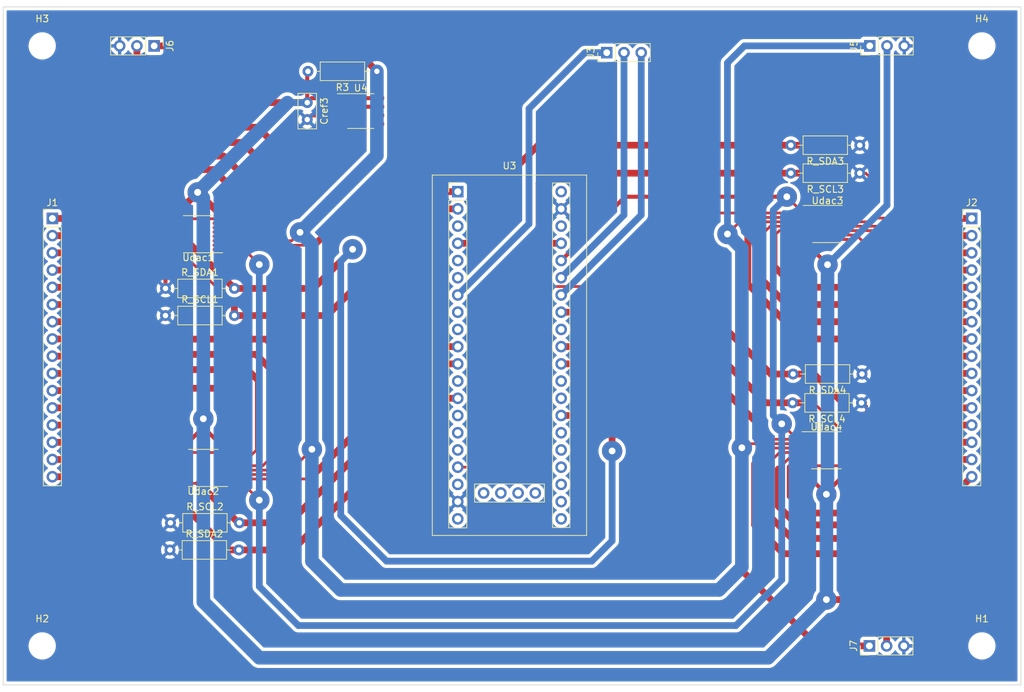
<source format=kicad_pcb>
(kicad_pcb (version 20211014) (generator pcbnew)
  (layers (0 "F.Cu" signal) (31 "B.Cu" signal) (34 "B.Paste" user) (35 "F.Paste" user) (36 "B.SilkS" user "B.Silkscreen") (37 "F.SilkS" user "F.Silkscreen") (38 "B.Mask" user) (39 "F.Mask" user) (44 "Edge.Cuts" user))
  (net 0 "")
  (net 1 "+2V5")
  (net 2 "GND")
  (net 3 "Net-(J1-Pad1)")
  (net 4 "Net-(J1-Pad2)")
  (net 5 "Net-(J1-Pad3)")
  (net 6 "Net-(J1-Pad9)")
  (net 7 "Net-(J1-Pad10)")
  (net 8 "Net-(J1-Pad11)")
  (net 9 "Net-(J1-Pad12)")
  (net 10 "Net-(J1-Pad13)")
  (net 11 "Net-(J1-Pad14)")
  (net 12 "Net-(J1-Pad15)")
  (net 13 "Net-(J1-Pad16)")
  (net 14 "+5V")
  (net 15 "Net-(R_SCL1-Pad2)")
  (net 16 "Net-(R_SCL2-Pad2)")
  (net 17 "Net-(R_SDA1-Pad2)")
  (net 18 "Net-(R_SDA2-Pad2)")
  (net 19 "Net-(Udac1-Pad1)")
  (net 20 "Net-(J1-Pad4)")
  (net 21 "Net-(J1-Pad5)")
  (net 22 "Net-(J1-Pad6)")
  (net 23 "Net-(R_SCL4-Pad2)")
  (net 24 "Net-(R_SDA4-Pad2)")
  (net 25 "Net-(J1-Pad7)")
  (net 26 "Net-(U3-Pad10)")
  (net 27 "Net-(U3-Pad17)")
  (net 28 "Net-(U3-Pad30)")
  (net 30 "Net-(J3-Pad1)")
  (net 33 "Net-(J3-Pad2)")
  (net 35 "Net-(J3-Pad3)")
  (net 58 "Net-(J1-Pad8)")
  (net 59 "Net-(J2-Pad1)")
  (net 60 "Net-(J2-Pad2)")
  (net 61 "Net-(J2-Pad3)")
  (net 62 "Net-(J2-Pad4)")
  (net 63 "Net-(J2-Pad5)")
  (net 64 "Net-(J2-Pad6)")
  (net 65 "Net-(J2-Pad7)")
  (net 66 "Net-(J2-Pad8)")
  (net 67 "Net-(J2-Pad9)")
  (net 68 "Net-(J2-Pad10)")
  (net 69 "Net-(J2-Pad11)")
  (net 70 "Net-(J2-Pad12)")
  (net 71 "Net-(J2-Pad13)")
  (net 72 "Net-(J2-Pad14)")
  (net 73 "Net-(J2-Pad15)")
  (net 74 "Net-(J2-Pad16)")
  (net 75 "Net-(R_SCL3-Pad2)")
  (net 76 "Net-(R_SDA3-Pad2)")
  (net 77 "Net-(U3-Pad1)")
  (footprint "Resistor_THT:R_Axial_DIN0207_L6.3mm_D2.5mm_P10.16mm_Horizontal" (layer "F.Cu") (at 134.58 56.75 180)
    (fp_text reference "R3")
    (fp_text value "R")
  )
  (footprint "Connector_PinHeader_2.54mm:PinHeader_1x03_P2.54mm_Vertical" (layer "F.Cu") (at 207.17 141.5 90)
    (fp_text reference "J7")
    (fp_text value "Conn_01x03_Male")
  )
  (footprint "Resistor_THT:R_Axial_DIN0207_L6.3mm_D2.5mm_P10.16mm_Horizontal" (layer "F.Cu") (at 103.42 92.775)
    (fp_text reference "R_SCL1")
    (fp_text value "10k")
  )
  (footprint "Connector_PinHeader_2.54mm:PinHeader_1x03_P2.54mm_Vertical" (layer "F.Cu") (at 101.75 53 -90)
    (fp_text reference "J6")
    (fp_text value "Conn_01x03_Male")
  )
  (footprint "MountingHole:MountingHole_3mm" (layer "F.Cu") (at 85.25 53)
    (fp_text reference "H3")
    (fp_text value "MountingHole")
  )
  (footprint "Package_SO:TSSOP-16_4.4x5mm_P0.65mm" (layer "F.Cu") (at 201 79.275)
    (fp_text reference "Udac3")
    (fp_text value "DAC5578xPW")
  )
  (footprint "Connector_PinHeader_2.54mm:PinHeader_1x16_P2.54mm_Vertical" (layer "F.Cu") (at 222.25 78.45)
    (fp_text reference "J2")
    (fp_text value "Conn_01x16_Female")
  )
  (footprint "Package_SO:TSSOP-16_4.4x5mm_P0.65mm" (layer "F.Cu") (at 200.83 112.65)
    (fp_text reference "Udac4")
    (fp_text value "DAC5578xPW")
  )
  (footprint "Resistor_THT:R_Axial_DIN0207_L6.3mm_D2.5mm_P10.16mm_Horizontal" (layer "F.Cu") (at 205.75 67.65 180)
    (fp_text reference "R_SDA3")
    (fp_text value "10k")
  )
  (footprint "Resistor_THT:R_Axial_DIN0207_L6.3mm_D2.5mm_P10.16mm_Horizontal" (layer "F.Cu") (at 104.075 127.345)
    (fp_text reference "R_SDA2")
    (fp_text value "10k")
  )
  (footprint "MountingHole:MountingHole_3mm" (layer "F.Cu") (at 85.25 141.5)
    (fp_text reference "H2")
    (fp_text value "MountingHole")
  )
  (footprint "MountingHole:MountingHole_3mm" (layer "F.Cu") (at 223.75 141.5)
    (fp_text reference "H1")
    (fp_text value "MountingHole")
  )
  (footprint "Package_SO:TSSOP-16_4.4x5mm_P0.65mm" (layer "F.Cu") (at 109 115.25 180)
    (fp_text reference "Udac2")
    (fp_text value "DAC5578xPW")
  )
  (footprint "Footprints:YAAJ_WeAct_BlackPill_SWD_2" (layer "F.Cu") (at 146.5 74.5)
    (fp_text reference "U3")
    (fp_text value "YAAJ_WeAct_BlackPill_Part_Like_SWD_Breakout" hide)
  )
  (footprint "Resistor_THT:R_Axial_DIN0207_L6.3mm_D2.5mm_P10.16mm_Horizontal" (layer "F.Cu") (at 205.75 71.775 180)
    (fp_text reference "R_SCL3")
    (fp_text value "10k")
  )
  (footprint "Resistor_THT:R_Axial_DIN0207_L6.3mm_D2.5mm_P10.16mm_Horizontal" (layer "F.Cu") (at 103.42 88.775)
    (fp_text reference "R_SDA1")
    (fp_text value "10k")
  )
  (footprint "Connector_PinHeader_2.54mm:PinHeader_1x03_P2.54mm_Vertical" (layer "F.Cu") (at 207.225 53 90)
    (fp_text reference "J5")
    (fp_text value "Conn_01x03_Male")
  )
  (footprint "Package_SO:TSSOP-16_4.4x5mm_P0.65mm" (layer "F.Cu") (at 108.25 80.775 180)
    (fp_text reference "Udac1")
    (fp_text value "DAC5578xPW")
  )
  (footprint "Resistor_THT:R_Axial_DIN0207_L6.3mm_D2.5mm_P10.16mm_Horizontal" (layer "F.Cu") (at 206 105.65 180)
    (fp_text reference "R_SCL4")
    (fp_text value "10k")
  )
  (footprint "Connector_PinHeader_2.54mm:PinHeader_1x03_P2.54mm_Vertical" (layer "F.Cu") (at 168.46 54 90)
    (fp_text reference "J3")
    (fp_text value "Conn_01x03_Male")
  )
  (footprint "Package_SO:SOIC-8_3.9x4.9mm_P1.27mm" (layer "F.Cu") (at 132.205 62.615)
    (fp_text reference "U4")
    (fp_text value "TL431D")
  )
  (footprint "Resistor_THT:R_Axial_DIN0207_L6.3mm_D2.5mm_P10.16mm_Horizontal" (layer "F.Cu") (at 104.155 123.345)
    (fp_text reference "R_SCL2")
    (fp_text value "10k")
  )
  (footprint "Resistor_THT:R_Axial_DIN0207_L6.3mm_D2.5mm_P10.16mm_Horizontal" (layer "F.Cu") (at 206.08 101.4 180)
    (fp_text reference "R_SDA4")
    (fp_text value "10k")
  )
  (footprint "Capacitor_THT:C_Disc_D5.0mm_W2.5mm_P2.50mm" (layer "F.Cu") (at 124.315 61.365 -90)
    (fp_text reference "Cref3")
    (fp_text value "100n")
  )
  (footprint "MountingHole:MountingHole_3mm" (layer "F.Cu") (at 223.75 53)
    (fp_text reference "H4")
    (fp_text value "MountingHole")
  )
  (footprint "Connector_PinHeader_2.54mm:PinHeader_1x16_P2.54mm_Vertical" (layer "F.Cu") (at 86.75 78.45)
    (fp_text reference "J1")
    (fp_text value "Conn_01x16_Female")
  )
  (gr_rect (start 79.5 47.25) (end 229.5 147.25) (layer "Edge.Cuts") (width 0.1) (fill none))
  (segment (start 129.73 60.71) (end 124.97 60.71) (width 0.6) (layer "F.Cu") (net 1))
  (segment (start 203.6925 116.0375) (end 200.83 118.9) (width 0.6) (layer "F.Cu") (net 1))
  (segment (start 207.17 134.67) (end 209.75 137.25) (width 1) (layer "F.Cu") (net 1))
  (segment (start 124.97 60.71) (end 124.315 61.365) (width 0.6) (layer "F.Cu") (net 1))
  (segment (start 198.1375 81.55) (end 198.1375 82.4025) (width 0.4) (layer "F.Cu") (net 1))
  (segment (start 111.8625 112.975) (end 106.1375 112.975) (width 0.4) (layer "F.Cu") (net 1))
  (segment (start 124.315 61.365) (end 124.315 56.855) (width 0.6) (layer "F.Cu") (net 1))
  (segment (start 203.8625 82.4025) (end 201 85.265) (width 0.6) (layer "F.Cu") (net 1))
  (segment (start 109 109.25) (end 109 108) (width 0.6) (layer "F.Cu") (net 1))
  (segment (start 111.1125 78.5) (end 111.1125 77.5) (width 0.4) (layer "F.Cu") (net 1))
  (segment (start 108.25 74.6375) (end 108.25 74.525) (width 0.4) (layer "F.Cu") (net 1))
  (segment (start 198.1375 82.4025) (end 201 85.265) (width 0.6) (layer "F.Cu") (net 1))
  (segment (start 105.3875 78.5) (end 111.1125 78.5) (width 0.4) (layer "F.Cu") (net 1))
  (segment (start 99.21 57.71) (end 99.21 53) (width 1) (layer "F.Cu") (net 1))
  (segment (start 108.1675 74.6075) (end 108.155 74.595) (width 0.6) (layer "F.Cu") (net 1))
  (segment (start 209.71 137.29) (end 209.71 141.5) (width 1) (layer "F.Cu") (net 1))
  (segment (start 197.9675 116.2775) (end 200.83 119.14) (width 0.6) (layer "F.Cu") (net 1))
  (segment (start 111.1125 77.5) (end 108.25 74.6375) (width 1) (layer "F.Cu") (net 1))
  (segment (start 106.1375 112.1125) (end 109 109.25) (width 0.6) (layer "F.Cu") (net 1))
  (segment (start 203.6925 114.925) (end 203.6925 116.0375) (width 0.4) (layer "F.Cu") (net 1))
  (segment (start 124.315 61.365) (end 102.865 61.365) (width 1) (layer "F.Cu") (net 1))
  (segment (start 106.1375 112.975) (end 106.1375 112.1125) (width 0.4) (layer "F.Cu") (net 1))
  (segment (start 124.315 56.855) (end 124.42 56.75) (width 0.6) (layer "F.Cu") (net 1))
  (segment (start 197.9675 114.925) (end 197.9675 116.2775) (width 0.4) (layer "F.Cu") (net 1))
  (segment (start 105.3875 77.3875) (end 108.1675 74.6075) (width 1) (layer "F.Cu") (net 1))
  (segment (start 105.3875 78.5) (end 105.3875 77.3875) (width 0.4) (layer "F.Cu") (net 1))
  (segment (start 111.8625 112.1125) (end 111.5 111.75) (width 0.4) (layer "F.Cu") (net 1))
  (segment (start 203.8625 81.55) (end 203.8625 82.4025) (width 0.4) (layer "F.Cu") (net 1))
  (segment (start 102.865 61.365) (end 99.21 57.71) (width 1) (layer "F.Cu") (net 1))
  (segment (start 198.1375 81.55) (end 203.8625 81.55) (width 0.4) (layer "F.Cu") (net 1))
  (segment (start 129.73 60.71) (end 134.68 60.71) (width 0.6) (layer "F.Cu") (net 1))
  (segment (start 209.75 137.25) (end 209.71 137.29) (width 1) (layer "F.Cu") (net 1))
  (segment (start 111.5 111.75) (end 109 109.25) (width 0.6) (layer "F.Cu") (net 1))
  (segment (start 197.9675 114.925) (end 203.6925 114.925) (width 0.4) (layer "F.Cu") (net 1))
  (segment (start 111.8625 112.975) (end 111.8625 112.1125) (width 0.4) (layer "F.Cu") (net 1))
  (segment (start 200.83 134.67) (end 207.17 134.67) (width 1) (layer "F.Cu") (net 1))
  (segment (start 108.155 74.595) (end 108.25 74.525) (width 0.6) (layer "F.Cu") (net 1))
  (via (at 200.83 134.67) (size 3) (drill 1) (layers "F.Cu" "B.Cu") (net 1))
  (via (at 108.1675 74.6075) (size 3) (drill 1) (layers "F.Cu" "B.Cu") (net 1))
  (via (at 109 108) (size 3) (drill 1) (layers "F.Cu" "B.Cu") (net 1))
  (via (at 201 85.265) (size 3) (drill 1) (layers "F.Cu" "B.Cu") (net 1))
  (via (at 108.155 74.595) (size 2) (drill 1) (layers "F.Cu" "B.Cu") (net 1))
  (via (at 200.83 119.14) (size 3) (drill 1) (layers "F.Cu" "B.Cu") (net 1))
  (segment (start 108.155 74.595) (end 121.385 61.365) (width 2) (layer "B.Cu") (net 1))
  (segment (start 109 135) (end 117.25 143.25) (width 2) (layer "B.Cu") (net 1))
  (segment (start 209.765 76.5) (end 209.765 53) (width 1) (layer "B.Cu") (net 1))
  (segment (start 109 108) (end 109 135) (width 2) (layer "B.Cu") (net 1))
  (segment (start 121.385 61.365) (end 124.315 61.365) (width 1) (layer "B.Cu") (net 1))
  (segment (start 201 85.265) (end 209.765 76.5) (width 1) (layer "B.Cu") (net 1))
  (segment (start 201 85.265) (end 201 118.97) (width 2) (layer "B.Cu") (net 1))
  (segment (start 200.83 134.67) (end 200.83 119.14) (width 2) (layer "B.Cu") (net 1))
  (segment (start 109 108) (end 109 75.44) (width 2) (layer "B.Cu") (net 1))
  (segment (start 117.25 143.25) (end 192.25 143.25) (width 2) (layer "B.Cu") (net 1))
  (segment (start 201 118.97) (end 200.83 119.14) (width 2) (layer "B.Cu") (net 1))
  (segment (start 109 75.44) (end 108.1675 74.6075) (width 2) (layer "B.Cu") (net 1))
  (segment (start 192.25 143.25) (end 200.83 134.67) (width 2) (layer "B.Cu") (net 1))
  (segment (start 203.6925 111.675) (end 205.225 111.675) (width 0.4) (layer "F.Cu") (net 2))
  (segment (start 207.25 76.9) (end 207.25 72.4) (width 0.4) (layer "F.Cu") (net 2))
  (segment (start 103.42 82.923573) (end 103.42 88.775) (width 0.6) (layer "F.Cu") (net 2))
  (segment (start 104.593573 81.75) (end 103.42 82.923573) (width 0.4) (layer "F.Cu") (net 2))
  (segment (start 207.25 72.4) (end 206.625 71.775) (width 0.4) (layer "F.Cu") (net 2))
  (segment (start 206.25 105.65) (end 206 105.65) (width 0.4) (layer "F.Cu") (net 2))
  (segment (start 206.625 71.775) (end 205.75 71.775) (width 0.4) (layer "F.Cu") (net 2))
  (segment (start 104.275 116.225) (end 106.1375 116.225) (width 0.4) (layer "F.Cu") (net 2))
  (segment (start 124.93 63.25) (end 129.73 63.25) (width 0.6) (layer "F.Cu") (net 2))
  (segment (start 105.3875 81.75) (end 104.593573 81.75) (width 0.4) (layer "F.Cu") (net 2))
  (segment (start 102.905 122.095) (end 102.905 117.595) (width 0.4) (layer "F.Cu") (net 2))
  (segment (start 203.8625 78.3) (end 205.85 78.3) (width 0.4) (layer "F.Cu") (net 2))
  (segment (start 102.905 117.595) (end 104.275 116.225) (width 0.4) (layer "F.Cu") (net 2))
  (segment (start 129.73 63.25) (end 129.73 61.98) (width 0.6) (layer "F.Cu") (net 2))
  (segment (start 205.85 78.3) (end 207.25 76.9) (width 0.4) (layer "F.Cu") (net 2))
  (segment (start 124.315 63.865) (end 124.93 63.25) (width 0.6) (layer "F.Cu") (net 2))
  (segment (start 206.75 110.15) (end 206.75 106.15) (width 0.4) (layer "F.Cu") (net 2))
  (segment (start 129.73 61.98) (end 134.68 61.98) (width 0.6) (layer "F.Cu") (net 2))
  (segment (start 104.155 123.345) (end 102.905 122.095) (width 0.4) (layer "F.Cu") (net 2))
  (segment (start 206.75 106.15) (end 206.25 105.65) (width 0.4) (layer "F.Cu") (net 2))
  (segment (start 134.68 61.98) (end 134.68 63.25) (width 0.6) (layer "F.Cu") (net 2))
  (segment (start 205.225 111.675) (end 206.75 110.15) (width 0.4) (layer "F.Cu") (net 2))
  (segment (start 119.75 67.75) (end 119.75 78.5) (width 1) (layer "F.Cu") (net 3))
  (segment (start 117.15 81.1) (end 119.75 78.5) (width 0.4) (layer "F.Cu") (net 3))
  (segment (start 86.75 78.45) (end 89.05 78.45) (width 1) (layer "F.Cu") (net 3))
  (segment (start 102.5 65) (end 117 65) (width 1) (layer "F.Cu") (net 3))
  (segment (start 117 65) (end 119.75 67.75) (width 1) (layer "F.Cu") (net 3))
  (segment (start 89.05 78.45) (end 102.5 65) (width 1) (layer "F.Cu") (net 3))
  (segment (start 111.1125 81.1) (end 117.15 81.1) (width 0.4) (layer "F.Cu") (net 3))
  (segment (start 117.25 69.75) (end 117.25 78.5) (width 1) (layer "F.Cu") (net 4))
  (segment (start 86.75 80.99) (end 87.952081 80.99) (width 1) (layer "F.Cu") (net 4))
  (segment (start 87.952081 80.99) (end 87.962081 81) (width 1) (layer "F.Cu") (net 4))
  (segment (start 90 81) (end 103.75 67.25) (width 1) (layer "F.Cu") (net 4))
  (segment (start 103.75 67.25) (end 114.75 67.25) (width 1) (layer "F.Cu") (net 4))
  (segment (start 115.3 80.45) (end 117.25 78.5) (width 0.4) (layer "F.Cu") (net 4))
  (segment (start 111.1125 80.45) (end 115.3 80.45) (width 0.4) (layer "F.Cu") (net 4))
  (segment (start 87.962081 81) (end 90 81) (width 1) (layer "F.Cu") (net 4))
  (segment (start 114.75 67.25) (end 117.25 69.75) (width 1) (layer "F.Cu") (net 4))
  (segment (start 105 69.25) (end 112 69.25) (width 1) (layer "F.Cu") (net 5))
  (segment (start 86.75 83.53) (end 90.72 83.53) (width 1) (layer "F.Cu") (net 5))
  (segment (start 90.72 83.53) (end 105 69.25) (width 1) (layer "F.Cu") (net 5))
  (segment (start 112 69.25) (end 115 72.25) (width 1) (layer "F.Cu") (net 5))
  (segment (start 113.7 79.8) (end 115 78.5) (width 0.4) (layer "F.Cu") (net 5))
  (segment (start 115 72.25) (end 115 78.5) (width 1) (layer "F.Cu") (net 5))
  (segment (start 111.1125 79.8) (end 113.7 79.8) (width 0.4) (layer "F.Cu") (net 5))
  (segment (start 102.75 96.25) (end 118.25 96.25) (width 1) (layer "F.Cu") (net 6))
  (segment (start 100.23 98.77) (end 102.75 96.25) (width 1) (layer "F.Cu") (net 6))
  (segment (start 111.8625 115.575) (end 119.1125 115.575) (width 0.4) (layer "F.Cu") (net 6))
  (segment (start 119.1125 115.575) (end 121.6125 113.075) (width 0.4) (layer "F.Cu") (net 6))
  (segment (start 98.48 98.77) (end 100.23 98.77) (width 1) (layer "F.Cu") (net 6))
  (segment (start 118.25 96.25) (end 121.6125 99.6125) (width 1) (layer "F.Cu") (net 6))
  (segment (start 98.48 98.77) (end 98.5 98.75) (width 1) (layer "F.Cu") (net 6))
  (segment (start 86.75 98.77) (end 98.48 98.77) (width 1) (layer "F.Cu") (net 6))
  (segment (start 121.6125 99.6125) (end 121.6125 113.075) (width 1) (layer "F.Cu") (net 6))
  (segment (start 100.94 101.31) (end 103.75 98.5) (width 1) (layer "F.Cu") (net 7))
  (segment (start 86.75 101.31) (end 100.94 101.31) (width 1) (layer "F.Cu") (net 7))
  (segment (start 111.8625 114.925) (end 117.7625 114.925) (width 0.4) (layer "F.Cu") (net 7))
  (segment (start 116.75 98.5) (end 119.21875 100.96875) (width 1) (layer "F.Cu") (net 7))
  (segment (start 103.75 98.5) (end 116.75 98.5) (width 1) (layer "F.Cu") (net 7))
  (segment (start 119.21875 100.96875) (end 119.21875 113.46875) (width 1) (layer "F.Cu") (net 7))
  (segment (start 117.7625 114.925) (end 119.21875 113.46875) (width 0.4) (layer "F.Cu") (net 7))
  (segment (start 119.21875 113.46875) (end 119.3625 113.325) (width 0.4) (layer "F.Cu") (net 7))
  (segment (start 117.1125 102.3625) (end 115.5 100.75) (width 1) (layer "F.Cu") (net 8))
  (segment (start 115.5 100.75) (end 105.75 100.75) (width 1) (layer "F.Cu") (net 8))
  (segment (start 111.8625 114.275) (end 115.1625 114.275) (width 0.4) (layer "F.Cu") (net 8))
  (segment (start 105.75 100.75) (end 102.65 103.85) (width 1) (layer "F.Cu") (net 8))
  (segment (start 115.1625 114.275) (end 117.1125 112.325) (width 0.4) (layer "F.Cu") (net 8))
  (segment (start 117.1125 112.325) (end 117.1125 102.3625) (width 1) (layer "F.Cu") (net 8))
  (segment (start 102.65 103.85) (end 86.75 103.85) (width 1) (layer "F.Cu") (net 8))
  (segment (start 111.8625 113.625) (end 113.125 113.625) (width 0.4) (layer "F.Cu") (net 9))
  (segment (start 86.75 106.39) (end 103.86 106.39) (width 1) (layer "F.Cu") (net 9))
  (segment (start 114.6125 105.6125) (end 114.6125 112.075) (width 1) (layer "F.Cu") (net 9))
  (segment (start 106.75 103.5) (end 112.5 103.5) (width 1) (layer "F.Cu") (net 9))
  (segment (start 113.125 113.625) (end 113.125 113.5625) (width 0.4) (layer "F.Cu") (net 9))
  (segment (start 113.125 113.5625) (end 114.6125 112.075) (width 0.4) (layer "F.Cu") (net 9))
  (segment (start 103.86 106.39) (end 106.75 103.5) (width 1) (layer "F.Cu") (net 9))
  (segment (start 112.5 103.5) (end 114.6125 105.6125) (width 1) (layer "F.Cu") (net 9))
  (segment (start 104.25 112.75) (end 104.25 110.25) (width 1) (layer "F.Cu") (net 10))
  (segment (start 102.93 108.93) (end 101.18 108.93) (width 1) (layer "F.Cu") (net 10))
  (segment (start 106.1375 113.625) (end 105.125 113.625) (width 0.4) (layer "F.Cu") (net 10))
  (segment (start 104.25 110.25) (end 102.93 108.93) (width 1) (layer "F.Cu") (net 10))
  (segment (start 86.75 108.93) (end 101.18 108.93) (width 1) (layer "F.Cu") (net 10))
  (segment (start 105.125 113.625) (end 104.25 112.75) (width 0.4) (layer "F.Cu") (net 10))
  (segment (start 101.47 111.47) (end 100.47 111.47) (width 1) (layer "F.Cu") (net 11))
  (segment (start 86.75 111.47) (end 100.47 111.47) (width 1) (layer "F.Cu") (net 11))
  (segment (start 104.275 114.275) (end 101.47 111.47) (width 0.4) (layer "F.Cu") (net 11))
  (segment (start 106.1375 114.275) (end 104.275 114.275) (width 0.4) (layer "F.Cu") (net 11))
  (segment (start 101.155 114.925) (end 100.24 114.01) (width 1) (layer "F.Cu") (net 12))
  (segment (start 86.75 114.01) (end 100.24 114.01) (width 1) (layer "F.Cu") (net 12))
  (segment (start 106.1375 114.925) (end 101.155 114.925) (width 0.4) (layer "F.Cu") (net 12))
  (segment (start 86.75 116.55) (end 100.2 116.55) (width 1) (layer "F.Cu") (net 13))
  (segment (start 106.087981 115.525481) (end 103.224519 115.525481) (width 0.4) (layer "F.Cu") (net 13))
  (segment (start 106.1375 115.575) (end 106.087981 115.525481) (width 0.4) (layer "F.Cu") (net 13))
  (segment (start 102.2 116.55) (end 100.2 116.55) (width 1) (layer "F.Cu") (net 13))
  (segment (start 103.224519 115.525481) (end 102.2 116.55) (width 0.4) (layer "F.Cu") (net 13))
  (segment (start 130.83 53) (end 101.75 53) (width 1) (layer "F.Cu") (net 14))
  (segment (start 205 141.75) (end 199.75 141.75) (width 1) (layer "F.Cu") (net 14))
  (segment (start 188.375 112.275) (end 188.975 111.675) (width 0.4) (layer "F.Cu") (net 14))
  (segment (start 186.25 80.75) (end 188.7 78.3) (width 0.4) (layer "F.Cu") (net 14))
  (segment (start 205.25 141.5) (end 207.17 141.5) (width 1) (layer "F.Cu") (net 14))
  (segment (start 122 81.75) (end 111.1125 81.75) (width 0.4) (layer "F.Cu") (net 14))
  (segment (start 197.9675 111.675) (end 188.975 111.675) (width 0.4) (layer "F.Cu") (net 14))
  (segment (start 125 112.5) (end 121.275 116.225) (width 0.4) (layer "F.Cu") (net 14))
  (segment (start 205 141.75) (end 205.25 141.5) (width 1) (layer "F.Cu") (net 14))
  (segment (start 199.75 141.75) (end 188.25 130.25) (width 1) (layer "F.Cu") (net 14))
  (segment (start 121.275 116.225) (end 111.8625 116.225) (width 0.4) (layer "F.Cu") (net 14))
  (segment (start 188.7 78.3) (end 198.1375 78.3) (width 0.4) (layer "F.Cu") (net 14))
  (segment (start 134.58 56.75) (end 130.83 53) (width 1) (layer "F.Cu") (net 14))
  (segment (start 188.25 130.25) (end 188.25 112.4) (width 1) (layer "F.Cu") (net 14))
  (segment (start 188.25 112.4) (end 188.375 112.275) (width 1) (layer "F.Cu") (net 14))
  (segment (start 123.25 80.5) (end 122 81.75) (width 0.4) (layer "F.Cu") (net 14))
  (via (at 188.375 112.275) (size 3) (drill 1) (layers "F.Cu" "B.Cu") (net 14))
  (via (at 125 112.5) (size 3) (drill 1) (layers "F.Cu" "B.Cu") (net 14))
  (via (at 123.25 80.5) (size 3) (drill 1) (layers "F.Cu" "B.Cu") (net 14))
  (via (at 186.25 80.75) (size 3) (drill 1) (layers "F.Cu" "B.Cu") (net 14))
  (segment (start 125 112.5) (end 125 82.25) (width 2) (layer "B.Cu") (net 14))
  (segment (start 186.25 80.75) (end 186.25 55.5) (width 1) (layer "B.Cu") (net 14))
  (segment (start 123.28 80.53) (end 123.25 80.5) (width 1) (layer "B.Cu") (net 14))
  (segment (start 188.375 129.875) (end 188.375 112.275) (width 2) (layer "B.Cu") (net 14))
  (segment (start 123.25 80.5) (end 134.58 69.17) (width 2) (layer "B.Cu") (net 14))
  (segment (start 129.25 133.25) (end 185 133.25) (width 2) (layer "B.Cu") (net 14))
  (segment (start 134.58 69.17) (end 134.58 56.75) (width 2) (layer "B.Cu") (net 14))
  (segment (start 125 112.5) (end 125 129) (width 2) (layer "B.Cu") (net 14))
  (segment (start 186.25 80.75) (end 188.375 82.875) (width 2) (layer "B.Cu") (net 14))
  (segment (start 185 133.25) (end 188.375 129.875) (width 2) (layer "B.Cu") (net 14))
  (segment (start 125 82.25) (end 123.25 80.5) (width 2) (layer "B.Cu") (net 14))
  (segment (start 186.25 55.5) (end 188.75 53) (width 1) (layer "B.Cu") (net 14))
  (segment (start 188.75 53) (end 207.225 53) (width 1) (layer "B.Cu") (net 14))
  (segment (start 188.375 82.875) (end 188.375 112.275) (width 2) (layer "B.Cu") (net 14))
  (segment (start 125 129) (end 129.25 133.25) (width 2) (layer "B.Cu") (net 14))
  (segment (start 113.58 92.775) (end 127.225 92.775) (width 1) (layer "F.Cu") (net 15))
  (segment (start 105.3875 83.05) (end 113.58 91.2425) (width 0.4) (layer "F.Cu") (net 15))
  (segment (start 127.225 92.775) (end 142.96 77.04) (width 1) (layer "F.Cu") (net 15))
  (segment (start 113.58 91.2425) (end 113.58 92.775) (width 1) (layer "F.Cu") (net 15))
  (segment (start 142.96 77.04) (end 146.5 77.04) (width 1) (layer "F.Cu") (net 15))
  (segment (start 114.155 123.345) (end 114.315 123.345) (width 0.4) (layer "F.Cu") (net 16))
  (segment (start 121.655 123.345) (end 145.1 99.9) (width 1) (layer "F.Cu") (net 16))
  (segment (start 108.335 117.525) (end 114.155 123.345) (width 1) (layer "F.Cu") (net 16))
  (segment (start 106.1375 117.525) (end 108.335 117.525) (width 0.4) (layer "F.Cu") (net 16))
  (segment (start 114.315 123.345) (end 121.655 123.345) (width 1) (layer "F.Cu") (net 16))
  (segment (start 145.1 99.9) (end 146.5 99.9) (width 1) (layer "F.Cu") (net 16))
  (segment (start 169.25 112.75) (end 169.25 109.5) (width 1) (layer "F.Cu") (net 17))
  (segment (start 105.3875 82.4) (end 107.205 82.4) (width 0.4) (layer "F.Cu") (net 17))
  (segment (start 107.205 82.4) (end 113.58 88.775) (width 1) (layer "F.Cu") (net 17))
  (segment (start 169.25 109.5) (end 167.25 107.5) (width 1) (layer "F.Cu") (net 17))
  (segment (start 131 83) (end 125.225 88.775) (width 1) (layer "F.Cu") (net 17))
  (segment (start 167.25 107.5) (end 167.23 107.52) (width 1) (layer "F.Cu") (net 17))
  (segment (start 167.23 107.52) (end 161.74 107.52) (width 1) (layer "F.Cu") (net 17))
  (segment (start 125.225 88.775) (end 113.58 88.775) (width 1) (layer "F.Cu") (net 17))
  (via (at 131 83) (size 3) (drill 1) (layers "F.Cu" "B.Cu") (net 17))
  (via (at 169.25 112.75) (size 3) (drill 1) (layers "F.Cu" "B.Cu") (net 17))
  (segment (start 129.25 84.75) (end 129.25 122.25) (width 1) (layer "B.Cu") (net 17))
  (segment (start 166.25 129) (end 169.25 126) (width 1) (layer "B.Cu") (net 17))
  (segment (start 169.25 126) (end 169.25 112.75) (width 1) (layer "B.Cu") (net 17))
  (segment (start 136 129) (end 166.25 129) (width 1) (layer "B.Cu") (net 17))
  (segment (start 129.25 122.25) (end 136 129) (width 1) (layer "B.Cu") (net 17))
  (segment (start 131 83) (end 129.25 84.75) (width 1) (layer "B.Cu") (net 17))
  (segment (start 104.405 117.345) (end 104.405 119.095) (width 0.4) (layer "F.Cu") (net 18))
  (segment (start 112.655 127.345) (end 114.235 127.345) (width 1) (layer "F.Cu") (net 18))
  (segment (start 104.405 119.095) (end 112.655 127.345) (width 1) (layer "F.Cu") (net 18))
  (segment (start 106.1375 116.875) (end 104.875 116.875) (width 0.4) (layer "F.Cu") (net 18))
  (segment (start 104.875 116.875) (end 104.405 117.345) (width 0.4) (layer "F.Cu") (net 18))
  (segment (start 144.52 104.98) (end 146.5 104.98) (width 1) (layer "F.Cu") (net 18))
  (segment (start 122.155 127.345) (end 144.52 104.98) (width 1) (layer "F.Cu") (net 18))
  (segment (start 114.235 127.345) (end 122.155 127.345) (width 1) (layer "F.Cu") (net 18))
  (segment (start 197.9675 110.375) (end 195.875 110.375) (width 0.4) (layer "F.Cu") (net 19))
  (segment (start 171.15 75.25) (end 161.74 84.66) (width 0.6) (layer "F.Cu") (net 19))
  (segment (start 111.8625 117.525) (end 114.775 117.525) (width 0.4) (layer "F.Cu") (net 19))
  (segment (start 114.775 117.525) (end 117.25 120) (width 0.4) (layer "F.Cu") (net 19))
  (segment (start 115.05 83.05) (end 117.25 85.25) (width 0.4) (layer "F.Cu") (net 19))
  (segment (start 198.1375 77) (end 196.75 77) (width 0.4) (layer "F.Cu") (net 19))
  (segment (start 196.75 77) (end 195 75.25) (width 0.4) (layer "F.Cu") (net 19))
  (segment (start 195 75.25) (end 171.15 75.25) (width 0.6) (layer "F.Cu") (net 19))
  (segment (start 111.1125 83.05) (end 115.05 83.05) (width 0.4) (layer "F.Cu") (net 19))
  (segment (start 195.875 110.375) (end 194.25 108.75) (width 0.4) (layer "F.Cu") (net 19))
  (via (at 117.25 120) (size 3) (drill 1) (layers "F.Cu" "B.Cu") (net 19))
  (via (at 195 75.25) (size 3) (drill 1) (layers "F.Cu" "B.Cu") (net 19))
  (via (at 194.25 108.75) (size 3) (drill 1) (layers "F.Cu" "B.Cu") (net 19))
  (via (at 117.25 85.25) (size 3) (drill 1) (layers "F.Cu" "B.Cu") (net 19))
  (segment (start 117.25 120) (end 117.25 85.25) (width 1) (layer "B.Cu") (net 19))
  (segment (start 193 107.5) (end 193 77.25) (width 1) (layer "B.Cu") (net 19))
  (segment (start 194.25 108.75) (end 194.25 131.75) (width 1) (layer "B.Cu") (net 19))
  (segment (start 193 77.25) (end 195 75.25) (width 1) (layer "B.Cu") (net 19))
  (segment (start 187.5 138.5) (end 123 138.5) (width 1) (layer "B.Cu") (net 19))
  (segment (start 194.25 131.75) (end 187.5 138.5) (width 1) (layer "B.Cu") (net 19))
  (segment (start 194.25 108.75) (end 193 107.5) (width 1) (layer "B.Cu") (net 19))
  (segment (start 117.25 132.75) (end 117.25 120) (width 1) (layer "B.Cu") (net 19))
  (segment (start 123 138.5) (end 117.25 132.75) (width 1) (layer "B.Cu") (net 19))
  (segment (start 111.1125 79.15) (end 112.35 79.15) (width 0.4) (layer "F.Cu") (net 20))
  (segment (start 113.25 74) (end 113.25 78.25) (width 1) (layer "F.Cu") (net 20))
  (segment (start 90.93 86.07) (end 105.75 71.25) (width 1) (layer "F.Cu") (net 20))
  (segment (start 105.75 71.25) (end 110.5 71.25) (width 1) (layer "F.Cu") (net 20))
  (segment (start 112.35 79.15) (end 113.25 78.25) (width 0.4) (layer "F.Cu") (net 20))
  (segment (start 110.5 71.25) (end 113.25 74) (width 1) (layer "F.Cu") (net 20))
  (segment (start 86.75 86.07) (end 90.93 86.07) (width 1) (layer "F.Cu") (net 20))
  (segment (start 86.75 88.61) (end 91.14 88.61) (width 1) (layer "F.Cu") (net 21))
  (segment (start 105.3875 79.15) (end 100.85 79.15) (width 0.4) (layer "F.Cu") (net 21))
  (segment (start 91.39 88.61) (end 91.14 88.61) (width 0.4) (layer "F.Cu") (net 21))
  (segment (start 100.85 79.15) (end 91.39 88.61) (width 1) (layer "F.Cu") (net 21))
  (segment (start 96.5 89.5) (end 96.5 86.25) (width 1) (layer "F.Cu") (net 22))
  (segment (start 86.75 91.15) (end 94.85 91.15) (width 1) (layer "F.Cu") (net 22))
  (segment (start 105.3875 79.8) (end 101.7 79.8) (width 0.4) (layer "F.Cu") (net 22))
  (segment (start 94.85 91.15) (end 96.5 89.5) (width 1) (layer "F.Cu") (net 22))
  (segment (start 96.5 85) (end 96.5 86.25) (width 0.4) (layer "F.Cu") (net 22))
  (segment (start 101.7 79.8) (end 96.5 85) (width 0.4) (layer "F.Cu") (net 22))
  (segment (start 203.6925 110.375) (end 199 105.6825) (width 0.4) (layer "F.Cu") (net 23))
  (segment (start 199 105.6825) (end 199 105.65) (width 0.4) (layer "F.Cu") (net 23))
  (segment (start 195.84 105.65) (end 191.9 105.65) (width 1) (layer "F.Cu") (net 23))
  (segment (start 191.9 105.65) (end 183.5 97.25) (width 1) (layer "F.Cu") (net 23))
  (segment (start 183.5 97.25) (end 183.39 97.36) (width 1) (layer "F.Cu") (net 23))
  (segment (start 199 105.65) (end 195.84 105.65) (width 1) (layer "F.Cu") (net 23))
  (segment (start 183.39 97.36) (end 161.74 97.36) (width 1) (layer "F.Cu") (net 23))
  (segment (start 192.65 101.4) (end 183.5 92.25) (width 1) (layer "F.Cu") (net 24))
  (segment (start 205.5 107.9) (end 199 101.4) (width 1) (layer "F.Cu") (net 24))
  (segment (start 195.92 101.4) (end 192.65 101.4) (width 1) (layer "F.Cu") (net 24))
  (segment (start 199 101.4) (end 195.92 101.4) (width 1) (layer "F.Cu") (net 24))
  (segment (start 204.486427 111.025) (end 205.5 110.011427) (width 0.4) (layer "F.Cu") (net 24))
  (segment (start 205.5 110.011427) (end 205.5 107.9) (width 0.4) (layer "F.Cu") (net 24))
  (segment (start 203.6925 111.025) (end 204.486427 111.025) (width 0.4) (layer "F.Cu") (net 24))
  (segment (start 183.5 92.25) (end 183.47 92.28) (width 1) (layer "F.Cu") (net 24))
  (segment (start 183.47 92.28) (end 161.74 92.28) (width 1) (layer "F.Cu") (net 24))
  (segment (start 97.56 93.69) (end 91.06 93.69) (width 1) (layer "F.Cu") (net 25))
  (segment (start 86.75 93.69) (end 91.06 93.69) (width 1) (layer "F.Cu") (net 25))
  (segment (start 98.25 93) (end 97.56 93.69) (width 1) (layer "F.Cu") (net 25))
  (segment (start 98.25 84.75) (end 98.25 93) (width 1) (layer "F.Cu") (net 25))
  (segment (start 102.55 80.45) (end 98.25 84.75) (width 0.4) (layer "F.Cu") (net 25))
  (segment (start 105.3875 80.45) (end 102.55 80.45) (width 0.4) (layer "F.Cu") (net 25))
  (segment (start 144.14 97.36) (end 146.5 97.36) (width 1) (layer "F.Cu") (net 26))
  (segment (start 124.625 116.875) (end 144.14 97.36) (width 1) (layer "F.Cu") (net 26))
  (segment (start 111.8625 116.875) (end 124.625 116.875) (width 0.4) (layer "F.Cu") (net 26))
  (segment (start 157.009511 88.490489) (end 151.25 94.25) (width 0.4) (layer "F.Cu") (net 27))
  (segment (start 151.25 113.75) (end 149.86 115.14) (width 0.4) (layer "F.Cu") (net 27))
  (segment (start 178.6 77.65) (end 167.759511 88.490489) (width 0.4) (layer "F.Cu") (net 27))
  (segment (start 151.25 94.25) (end 151.25 113.75) (width 0.4) (layer "F.Cu") (net 27))
  (segment (start 167.759511 88.490489) (end 157.009511 88.490489) (width 0.4) (layer "F.Cu") (net 27))
  (segment (start 149.86 115.14) (end 146.5 115.14) (width 0.4) (layer "F.Cu") (net 27))
  (segment (start 198.1375 77.65) (end 178.6 77.65) (width 0.4) (layer "F.Cu") (net 27))
  (segment (start 181.9 99.9) (end 191.75 109.75) (width 1) (layer "F.Cu") (net 28))
  (segment (start 197.9675 111.025) (end 193.025 111.025) (width 0.4) (layer "F.Cu") (net 28))
  (segment (start 181.9 99.9) (end 161.74 99.9) (width 1) (layer "F.Cu") (net 28))
  (segment (start 193.025 111.025) (end 191.75 109.75) (width 0.4) (layer "F.Cu") (net 28))
  (segment (start 157 79.24) (end 157 62.25) (width 1) (layer "B.Cu") (net 30))
  (segment (start 146.5 89.74) (end 157 79.24) (width 1) (layer "B.Cu") (net 30))
  (segment (start 165.25 54) (end 168.46 54) (width 1) (layer "B.Cu") (net 30))
  (segment (start 157 62.25) (end 165.25 54) (width 1) (layer "B.Cu") (net 30))
  (segment (start 161.74 87.2) (end 171 77.94) (width 1) (layer "B.Cu") (net 33))
  (segment (start 171 77.94) (end 171 54) (width 1) (layer "B.Cu") (net 33))
  (segment (start 173.54 77.94) (end 173.54 54) (width 1) (layer "B.Cu") (net 35))
  (segment (start 161.74 89.74) (end 173.54 77.94) (width 1) (layer "B.Cu") (net 35))
  (segment (start 86.75 96.23) (end 91.02 96.23) (width 1) (layer "F.Cu") (net 58))
  (segment (start 100.5 84.5) (end 100.5 94.5) (width 1) (layer "F.Cu") (net 58))
  (segment (start 103.9 81.1) (end 100.5 84.5) (width 0.4) (layer "F.Cu") (net 58))
  (segment (start 105.3875 81.1) (end 103.9 81.1) (width 0.4) (layer "F.Cu") (net 58))
  (segment (start 100.5 94.5) (end 98.77 96.23) (width 1) (layer "F.Cu") (net 58))
  (segment (start 98.77 96.23) (end 91.02 96.23) (width 1) (layer "F.Cu") (net 58))
  (segment (start 222.25 78.45) (end 211.05 78.45) (width 1) (layer "F.Cu") (net 59))
  (segment (start 211 78.4) (end 211.05 78.45) (width 0.4) (layer "F.Cu") (net 59))
  (segment (start 203.8625 78.95) (end 207.7 78.95) (width 0.4) (layer "F.Cu") (net 59))
  (segment (start 207.7 78.95) (end 208.25 78.4) (width 0.4) (layer "F.Cu") (net 59))
  (segment (start 211.05 78.45) (end 210.05 78.45) (width 1) (layer "F.Cu") (net 59))
  (segment (start 208.25 78.4) (end 211 78.4) (width 0.4) (layer "F.Cu") (net 59))
  (segment (start 209.7 79.6) (end 210.5 80.4) (width 1) (layer "F.Cu") (net 60))
  (segment (start 203.8625 79.6) (end 209.7 79.6) (width 0.4) (layer "F.Cu") (net 60))
  (segment (start 222.25 80.99) (end 211.09 80.99) (width 1) (layer "F.Cu") (net 60))
  (segment (start 211.09 80.99) (end 210.5 80.4) (width 1) (layer "F.Cu") (net 60))
  (segment (start 207.6 80.25) (end 210 82.65) (width 0.4) (layer "F.Cu") (net 61))
  (segment (start 222.25 83.53) (end 210.88 83.53) (width 1) (layer "F.Cu") (net 61))
  (segment (start 210.88 83.53) (end 210 82.65) (width 1) (layer "F.Cu") (net 61))
  (segment (start 203.8625 80.25) (end 207.6 80.25) (width 0.4) (layer "F.Cu") (net 61))
  (segment (start 203.8625 80.9) (end 205.25 80.9) (width 0.4) (layer "F.Cu") (net 62))
  (segment (start 205.25 80.9) (end 208 83.65) (width 0.4) (layer "F.Cu") (net 62))
  (segment (start 208.92 86.07) (end 208 85.15) (width 1) (layer "F.Cu") (net 62))
  (segment (start 208 83.65) (end 208 85.15) (width 1) (layer "F.Cu") (net 62))
  (segment (start 222.25 86.07) (end 208.92 86.07) (width 1) (layer "F.Cu") (net 62))
  (segment (start 195.1125 84.5125) (end 199.21 88.61) (width 1) (layer "F.Cu") (net 63))
  (segment (start 195.1125 81.7975) (end 195.1125 84.5125) (width 1) (layer "F.Cu") (net 63))
  (segment (start 196.01 80.9) (end 195.1125 81.7975) (width 0.4) (layer "F.Cu") (net 63))
  (segment (start 198.1375 80.9) (end 196.01 80.9) (width 0.4) (layer "F.Cu") (net 63))
  (segment (start 199.21 88.61) (end 222.25 88.61) (width 1) (layer "F.Cu") (net 63))
  (segment (start 198.75 91.15) (end 222.25 91.15) (width 1) (layer "F.Cu") (net 64))
  (segment (start 193.1125 81.0475) (end 193.1125 85.5125) (width 1) (layer "F.Cu") (net 64))
  (segment (start 193.91 80.25) (end 193.1125 81.0475) (width 0.4) (layer "F.Cu") (net 64))
  (segment (start 198.1375 80.25) (end 193.91 80.25) (width 0.4) (layer "F.Cu") (net 64))
  (segment (start 193.1125 85.5125) (end 198.75 91.15) (width 1) (layer "F.Cu") (net 64))
  (segment (start 222.25 93.69) (end 197.54 93.69) (width 1) (layer "F.Cu") (net 65))
  (segment (start 192.56 79.6) (end 191.1125 81.0475) (width 0.4) (layer "F.Cu") (net 65))
  (segment (start 198.1375 79.6) (end 192.56 79.6) (width 0.4) (layer "F.Cu") (net 65))
  (segment (start 197.54 93.69) (end 191 87.15) (width 1) (layer "F.Cu") (net 65))
  (segment (start 191 81.16) (end 191.1125 81.0475) (width 1) (layer "F.Cu") (net 65))
  (segment (start 191 87.15) (end 191 81.16) (width 1) (layer "F.Cu") (net 65))
  (segment (start 198.1375 78.95) (end 191.46 78.95) (width 0.4) (layer "F.Cu") (net 66))
  (segment (start 189.25 88.15) (end 189.25 81.16) (width 1) (layer "F.Cu") (net 66))
  (segment (start 222.25 96.23) (end 197.33 96.23) (width 1) (layer "F.Cu") (net 66))
  (segment (start 191.46 78.95) (end 189.3625 81.0475) (width 0.4) (layer "F.Cu") (net 66))
  (segment (start 197.33 96.23) (end 189.25 88.15) (width 1) (layer "F.Cu") (net 66))
  (segment (start 189.25 81.16) (end 189.3625 81.0475) (width 1) (layer "F.Cu") (net 66))
  (segment (start 216.88 98.77) (end 208.75 106.9) (width 1) (layer "F.Cu") (net 67))
  (segment (start 208 107.65) (end 208.75 106.9) (width 1) (layer "F.Cu") (net 67))
  (segment (start 208 110.4) (end 208 107.65) (width 1) (layer "F.Cu") (net 67))
  (segment (start 203.6925 112.325) (end 206.075 112.325) (width 0.4) (layer "F.Cu") (net 67))
  (segment (start 206.075 112.325) (end 208 110.4) (width 0.4) (layer "F.Cu") (net 67))
  (segment (start 222.25 98.77) (end 216.88 98.77) (width 1) (layer "F.Cu") (net 67))
  (segment (start 207.175 112.975) (end 209.25 110.9) (width 0.4) (layer "F.Cu") (net 68))
  (segment (start 222.25 101.31) (end 217.34 101.31) (width 1) (layer "F.Cu") (net 68))
  (segment (start 209.25 109.4) (end 210 108.65) (width 1) (layer "F.Cu") (net 68))
  (segment (start 203.6925 112.975) (end 207.175 112.975) (width 0.4) (layer "F.Cu") (net 68))
  (segment (start 217.34 101.31) (end 210 108.65) (width 1) (layer "F.Cu") (net 68))
  (segment (start 209.25 110.9) (end 209.25 109.4) (width 1) (layer "F.Cu") (net 68))
  (segment (start 222.25 103.85) (end 217.3 103.85) (width 1) (layer "F.Cu") (net 69))
  (segment (start 210.75 111.4) (end 210.75 110.4) (width 1) (layer "F.Cu") (net 69))
  (segment (start 208.525 113.625) (end 210.75 111.4) (width 0.4) (layer "F.Cu") (net 69))
  (segment (start 217.3 103.85) (end 210.75 110.4) (width 1) (layer "F.Cu") (net 69))
  (segment (start 203.6925 113.625) (end 208.525 113.625) (width 0.4) (layer "F.Cu") (net 69))
  (segment (start 222.25 106.39) (end 218.01 106.39) (width 1) (layer "F.Cu") (net 70))
  (segment (start 218.01 106.39) (end 210.5 113.9) (width 1) (layer "F.Cu") (net 70))
  (segment (start 210.125 114.275) (end 210.5 113.9) (width 0.4) (layer "F.Cu") (net 70))
  (segment (start 203.6925 114.275) (end 210.125 114.275) (width 0.4) (layer "F.Cu") (net 70))
  (segment (start 195.5 115.15) (end 195.5 119.4) (width 1) (layer "F.Cu") (net 71))
  (segment (start 206.25 121.9) (end 219.22 108.93) (width 1) (layer "F.Cu") (net 71))
  (segment (start 197.9675 114.275) (end 196.375 114.275) (width 0.4) (layer "F.Cu") (net 71))
  (segment (start 195.5 119.4) (end 198 121.9) (width 1) (layer "F.Cu") (net 71))
  (segment (start 196.375 114.275) (end 195.5 115.15) (width 0.4) (layer "F.Cu") (net 71))
  (segment (start 198 121.9) (end 206.25 121.9) (width 1) (layer "F.Cu") (net 71))
  (segment (start 219.22 108.93) (end 222.25 108.93) (width 1) (layer "F.Cu") (net 71))
  (segment (start 193.75 115.4) (end 193.75 120.9) (width 1) (layer "F.Cu") (net 72))
  (segment (start 220.07 111.47) (end 222.25 111.47) (width 1) (layer "F.Cu") (net 72))
  (segment (start 193.75 120.9) (end 196.5 123.65) (width 1) (layer "F.Cu") (net 72))
  (segment (start 195.525 113.625) (end 193.75 115.4) (width 0.4) (layer "F.Cu") (net 72))
  (segment (start 196.5 123.65) (end 207.75 123.65) (width 1) (layer "F.Cu") (net 72))
  (segment (start 220 111.4) (end 220.07 111.47) (width 1) (layer "F.Cu") (net 72))
  (segment (start 207.75 123.65) (end 220 111.4) (width 1) (layer "F.Cu") (net 72))
  (segment (start 197.9675 113.625) (end 195.525 113.625) (width 0.4) (layer "F.Cu") (net 72))
  (segment (start 192 114.9) (end 192 121.9) (width 1) (layer "F.Cu") (net 73))
  (segment (start 192 121.9) (end 195.75 125.65) (width 1) (layer "F.Cu") (net 73))
  (segment (start 209 125.65) (end 220.64 114.01) (width 1) (layer "F.Cu") (net 73))
  (segment (start 193.925 112.975) (end 192 114.9) (width 0.4) (layer "F.Cu") (net 73))
  (segment (start 197.9675 112.975) (end 193.925 112.975) (width 0.4) (layer "F.Cu") (net 73))
  (segment (start 220.64 114.01) (end 222.25 114.01) (width 1) (layer "F.Cu") (net 73))
  (segment (start 195.75 125.65) (end 209 125.65) (width 1) (layer "F.Cu") (net 73))
  (segment (start 210.9 127.9) (end 222.25 116.55) (width 1) (layer "F.Cu") (net 74))
  (segment (start 190.25 123.65) (end 194.5 127.9) (width 1) (layer "F.Cu") (net 74))
  (segment (start 194.5 127.9) (end 210.9 127.9) (width 1) (layer "F.Cu") (net 74))
  (segment (start 190.25 114.65) (end 190.25 123.65) (width 1) (layer "F.Cu") (net 74))
  (segment (start 197.9675 112.325) (end 192.575 112.325) (width 0.4) (layer "F.Cu") (net 74))
  (segment (start 192.575 112.325) (end 190.25 114.65) (width 0.4) (layer "F.Cu") (net 74))
  (segment (start 203.8625 77) (end 198.6375 71.775) (width 0.4) (layer "F.Cu") (net 75))
  (segment (start 159.975 71.775) (end 158.5 73.25) (width 1) (layer "F.Cu") (net 75))
  (segment (start 198.6375 71.775) (end 195.59 71.775) (width 1) (layer "F.Cu") (net 75))
  (segment (start 158.5 73.25) (end 158.5 80.25) (width 1) (layer "F.Cu") (net 75))
  (segment (start 195.59 71.775) (end 159.975 71.775) (width 1) (layer "F.Cu") (net 75))
  (segment (start 160.37 82.12) (end 161.74 82.12) (width 1) (layer "F.Cu") (net 75))
  (segment (start 158.5 80.25) (end 160.37 82.12) (width 1) (layer "F.Cu") (net 75))
  (segment (start 204.75 77.65) (end 206 76.4) (width 0.4) (layer "F.Cu") (net 76))
  (segment (start 153.75 72.25) (end 153.75 80.25) (width 1) (layer "F.Cu") (net 76))
  (segment (start 198.75 67.65) (end 195.59 67.65) (width 1) (layer "F.Cu") (net 76))
  (segment (start 158.35 67.65) (end 153.75 72.25) (width 1) (layer "F.Cu") (net 76))
  (segment (start 206 74.9) (end 198.75 67.65) (width 1) (layer "F.Cu") (net 76))
  (segment (start 195.59 67.65) (end 158.35 67.65) (width 1) (layer "F.Cu") (net 76))
  (segment (start 203.8625 77.65) (end 204.75 77.65) (width 0.4) (layer "F.Cu") (net 76))
  (segment (start 206 76.4) (end 206 74.9) (width 0.4) (layer "F.Cu") (net 76))
  (segment (start 151.88 82.12) (end 146.5 82.12) (width 1) (layer "F.Cu") (net 76))
  (segment (start 153.75 80.25) (end 151.88 82.12) (width 1) (layer "F.Cu") (net 76))
  (segment (start 125.35 82.4) (end 133.25 74.5) (width 1) (layer "F.Cu") (net 77))
  (segment (start 111.1125 82.4) (end 125.35 82.4) (width 0.4) (layer "F.Cu") (net 77))
  (segment (start 133.25 74.5) (end 146.5 74.5) (width 1) (layer "F.Cu") (net 77))
  (zone (net 2) (net_name "GND") (layer "B.Cu") (connect_pads (clearance 0.508)) (min_thickness 0.254) (fill yes (thermal_gap 0.508) (thermal_bridge_width 0.508))
    (polygon (pts (xy 229.5 147.25) (xy 79.5 147.25) (xy 79.5 47.25) (xy 229.5 47.25)))
  )
)
</source>
